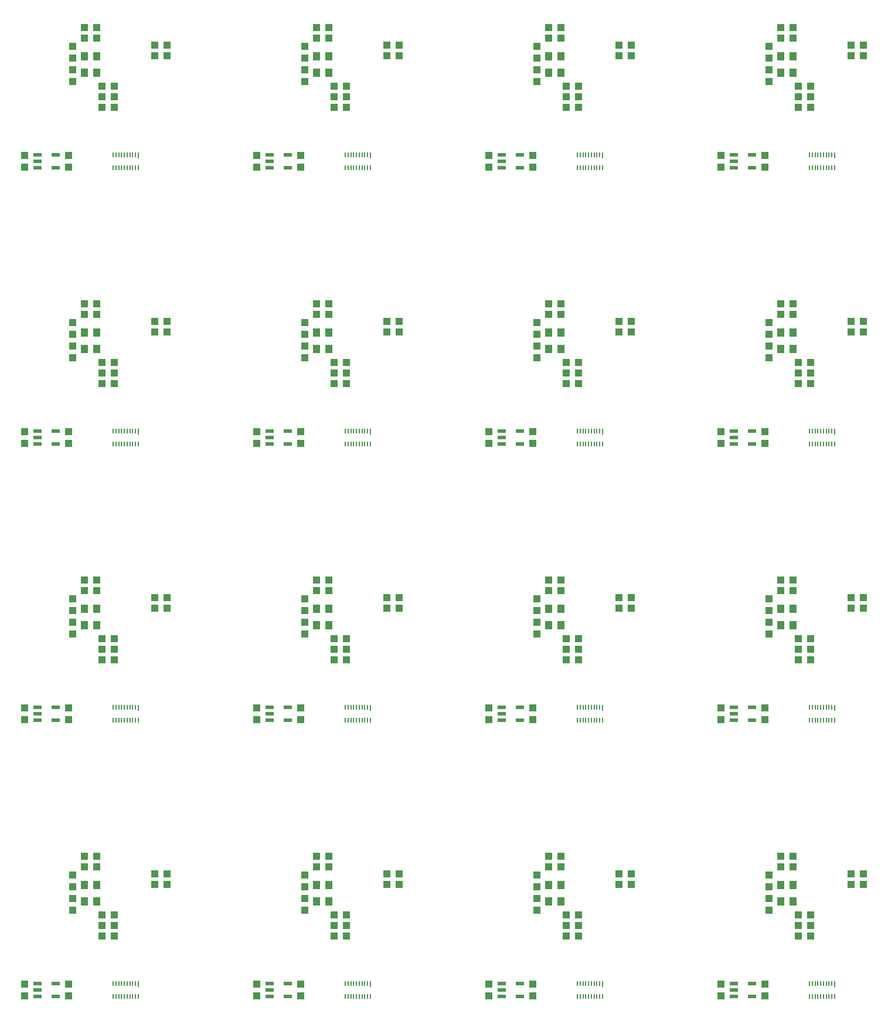
<source format=gbp>
G75*
%MOIN*%
%OFA0B0*%
%FSLAX25Y25*%
%IPPOS*%
%LPD*%
%AMOC8*
5,1,8,0,0,1.08239X$1,22.5*
%
%ADD10R,0.04331X0.03937*%
%ADD11R,0.04331X0.04724*%
%ADD12R,0.03937X0.04331*%
%ADD13R,0.04724X0.02165*%
%ADD14R,0.00787X0.03150*%
%ADD15R,0.00787X0.03543*%
D10*
X0144746Y0143750D03*
X0144746Y0149750D03*
X0151439Y0149750D03*
X0151439Y0143750D03*
X0154746Y0116250D03*
X0154746Y0110250D03*
X0154746Y0104250D03*
X0161439Y0104250D03*
X0161439Y0110250D03*
X0161439Y0116250D03*
X0184746Y0133750D03*
X0184746Y0139750D03*
X0191439Y0139750D03*
X0191439Y0133750D03*
X0276746Y0143750D03*
X0276746Y0149750D03*
X0283439Y0149750D03*
X0283439Y0143750D03*
X0286746Y0116250D03*
X0286746Y0110250D03*
X0286746Y0104250D03*
X0293439Y0104250D03*
X0293439Y0110250D03*
X0293439Y0116250D03*
X0316746Y0133750D03*
X0316746Y0139750D03*
X0323439Y0139750D03*
X0323439Y0133750D03*
X0408746Y0143750D03*
X0408746Y0149750D03*
X0415439Y0149750D03*
X0415439Y0143750D03*
X0418746Y0116250D03*
X0418746Y0110250D03*
X0418746Y0104250D03*
X0425439Y0104250D03*
X0425439Y0110250D03*
X0425439Y0116250D03*
X0448746Y0133750D03*
X0448746Y0139750D03*
X0455439Y0139750D03*
X0455439Y0133750D03*
X0540746Y0143750D03*
X0540746Y0149750D03*
X0547439Y0149750D03*
X0547439Y0143750D03*
X0550746Y0116250D03*
X0550746Y0110250D03*
X0550746Y0104250D03*
X0557439Y0104250D03*
X0557439Y0110250D03*
X0557439Y0116250D03*
X0580746Y0133750D03*
X0580746Y0139750D03*
X0587439Y0139750D03*
X0587439Y0133750D03*
X0557439Y0261250D03*
X0557439Y0267250D03*
X0557439Y0273250D03*
X0550746Y0273250D03*
X0550746Y0267250D03*
X0550746Y0261250D03*
X0547439Y0300750D03*
X0547439Y0306750D03*
X0540746Y0306750D03*
X0540746Y0300750D03*
X0580746Y0296750D03*
X0580746Y0290750D03*
X0587439Y0290750D03*
X0587439Y0296750D03*
X0557439Y0418250D03*
X0557439Y0424250D03*
X0557439Y0430250D03*
X0550746Y0430250D03*
X0550746Y0424250D03*
X0550746Y0418250D03*
X0580746Y0447750D03*
X0580746Y0453750D03*
X0587439Y0453750D03*
X0587439Y0447750D03*
X0547439Y0457750D03*
X0547439Y0463750D03*
X0540746Y0463750D03*
X0540746Y0457750D03*
X0455439Y0453750D03*
X0455439Y0447750D03*
X0448746Y0447750D03*
X0448746Y0453750D03*
X0425439Y0430250D03*
X0425439Y0424250D03*
X0425439Y0418250D03*
X0418746Y0418250D03*
X0418746Y0424250D03*
X0418746Y0430250D03*
X0415439Y0457750D03*
X0415439Y0463750D03*
X0408746Y0463750D03*
X0408746Y0457750D03*
X0323439Y0453750D03*
X0323439Y0447750D03*
X0316746Y0447750D03*
X0316746Y0453750D03*
X0293439Y0430250D03*
X0293439Y0424250D03*
X0293439Y0418250D03*
X0286746Y0418250D03*
X0286746Y0424250D03*
X0286746Y0430250D03*
X0283439Y0457750D03*
X0283439Y0463750D03*
X0276746Y0463750D03*
X0276746Y0457750D03*
X0191439Y0453750D03*
X0191439Y0447750D03*
X0184746Y0447750D03*
X0184746Y0453750D03*
X0161439Y0430250D03*
X0161439Y0424250D03*
X0161439Y0418250D03*
X0154746Y0418250D03*
X0154746Y0424250D03*
X0154746Y0430250D03*
X0151439Y0457750D03*
X0151439Y0463750D03*
X0144746Y0463750D03*
X0144746Y0457750D03*
X0154746Y0575250D03*
X0154746Y0581250D03*
X0154746Y0587250D03*
X0161439Y0587250D03*
X0161439Y0581250D03*
X0161439Y0575250D03*
X0184746Y0604750D03*
X0184746Y0610750D03*
X0191439Y0610750D03*
X0191439Y0604750D03*
X0151439Y0614750D03*
X0151439Y0620750D03*
X0144746Y0620750D03*
X0144746Y0614750D03*
X0276746Y0614750D03*
X0276746Y0620750D03*
X0283439Y0620750D03*
X0283439Y0614750D03*
X0286746Y0587250D03*
X0286746Y0581250D03*
X0286746Y0575250D03*
X0293439Y0575250D03*
X0293439Y0581250D03*
X0293439Y0587250D03*
X0316746Y0604750D03*
X0316746Y0610750D03*
X0323439Y0610750D03*
X0323439Y0604750D03*
X0408746Y0614750D03*
X0408746Y0620750D03*
X0415439Y0620750D03*
X0415439Y0614750D03*
X0418746Y0587250D03*
X0418746Y0581250D03*
X0418746Y0575250D03*
X0425439Y0575250D03*
X0425439Y0581250D03*
X0425439Y0587250D03*
X0448746Y0604750D03*
X0448746Y0610750D03*
X0455439Y0610750D03*
X0455439Y0604750D03*
X0540746Y0614750D03*
X0540746Y0620750D03*
X0547439Y0620750D03*
X0547439Y0614750D03*
X0550746Y0587250D03*
X0550746Y0581250D03*
X0550746Y0575250D03*
X0557439Y0575250D03*
X0557439Y0581250D03*
X0557439Y0587250D03*
X0580746Y0604750D03*
X0580746Y0610750D03*
X0587439Y0610750D03*
X0587439Y0604750D03*
X0415439Y0306750D03*
X0415439Y0300750D03*
X0408746Y0300750D03*
X0408746Y0306750D03*
X0418746Y0273250D03*
X0418746Y0267250D03*
X0418746Y0261250D03*
X0425439Y0261250D03*
X0425439Y0267250D03*
X0425439Y0273250D03*
X0448746Y0290750D03*
X0448746Y0296750D03*
X0455439Y0296750D03*
X0455439Y0290750D03*
X0323439Y0290750D03*
X0323439Y0296750D03*
X0316746Y0296750D03*
X0316746Y0290750D03*
X0293439Y0273250D03*
X0293439Y0267250D03*
X0293439Y0261250D03*
X0286746Y0261250D03*
X0286746Y0267250D03*
X0286746Y0273250D03*
X0283439Y0300750D03*
X0283439Y0306750D03*
X0276746Y0306750D03*
X0276746Y0300750D03*
X0191439Y0296750D03*
X0191439Y0290750D03*
X0184746Y0290750D03*
X0184746Y0296750D03*
X0161439Y0273250D03*
X0161439Y0267250D03*
X0161439Y0261250D03*
X0154746Y0261250D03*
X0154746Y0267250D03*
X0154746Y0273250D03*
X0151439Y0300750D03*
X0151439Y0306750D03*
X0144746Y0306750D03*
X0144746Y0300750D03*
D11*
X0144647Y0290376D03*
X0151537Y0290376D03*
X0151537Y0281124D03*
X0144647Y0281124D03*
X0144647Y0133376D03*
X0144647Y0124124D03*
X0151537Y0124124D03*
X0151537Y0133376D03*
X0276647Y0133376D03*
X0283537Y0133376D03*
X0283537Y0124124D03*
X0276647Y0124124D03*
X0408647Y0124124D03*
X0415537Y0124124D03*
X0415537Y0133376D03*
X0408647Y0133376D03*
X0540647Y0133376D03*
X0547537Y0133376D03*
X0547537Y0124124D03*
X0540647Y0124124D03*
X0540647Y0281124D03*
X0547537Y0281124D03*
X0547537Y0290376D03*
X0540647Y0290376D03*
X0415537Y0290376D03*
X0408647Y0290376D03*
X0408647Y0281124D03*
X0415537Y0281124D03*
X0283537Y0281124D03*
X0276647Y0281124D03*
X0276647Y0290376D03*
X0283537Y0290376D03*
X0283537Y0438124D03*
X0276647Y0438124D03*
X0276647Y0447376D03*
X0283537Y0447376D03*
X0408647Y0447376D03*
X0415537Y0447376D03*
X0415537Y0438124D03*
X0408647Y0438124D03*
X0540647Y0438124D03*
X0547537Y0438124D03*
X0547537Y0447376D03*
X0540647Y0447376D03*
X0540647Y0595124D03*
X0547537Y0595124D03*
X0547537Y0604376D03*
X0540647Y0604376D03*
X0415537Y0604376D03*
X0408647Y0604376D03*
X0408647Y0595124D03*
X0415537Y0595124D03*
X0283537Y0595124D03*
X0276647Y0595124D03*
X0276647Y0604376D03*
X0283537Y0604376D03*
X0151537Y0604376D03*
X0151537Y0595124D03*
X0144647Y0595124D03*
X0144647Y0604376D03*
X0144647Y0447376D03*
X0144647Y0438124D03*
X0151537Y0438124D03*
X0151537Y0447376D03*
D12*
X0110592Y0070404D03*
X0110592Y0077096D03*
X0135592Y0077096D03*
X0135592Y0070404D03*
X0138092Y0118904D03*
X0138092Y0125596D03*
X0138092Y0132404D03*
X0138092Y0139096D03*
X0135592Y0227404D03*
X0135592Y0234096D03*
X0110592Y0234096D03*
X0110592Y0227404D03*
X0138092Y0275904D03*
X0138092Y0282596D03*
X0138092Y0289404D03*
X0138092Y0296096D03*
X0135592Y0384404D03*
X0135592Y0391096D03*
X0110592Y0391096D03*
X0110592Y0384404D03*
X0138092Y0432904D03*
X0138092Y0439596D03*
X0138092Y0446404D03*
X0138092Y0453096D03*
X0135592Y0541404D03*
X0135592Y0548096D03*
X0110592Y0548096D03*
X0110592Y0541404D03*
X0138092Y0589904D03*
X0138092Y0596596D03*
X0138092Y0603404D03*
X0138092Y0610096D03*
X0242592Y0548096D03*
X0242592Y0541404D03*
X0267592Y0541404D03*
X0267592Y0548096D03*
X0270092Y0589904D03*
X0270092Y0596596D03*
X0270092Y0603404D03*
X0270092Y0610096D03*
X0374592Y0548096D03*
X0374592Y0541404D03*
X0399592Y0541404D03*
X0399592Y0548096D03*
X0402092Y0589904D03*
X0402092Y0596596D03*
X0402092Y0603404D03*
X0402092Y0610096D03*
X0506592Y0548096D03*
X0506592Y0541404D03*
X0531592Y0541404D03*
X0531592Y0548096D03*
X0534092Y0589904D03*
X0534092Y0596596D03*
X0534092Y0603404D03*
X0534092Y0610096D03*
X0534092Y0453096D03*
X0534092Y0446404D03*
X0534092Y0439596D03*
X0534092Y0432904D03*
X0531592Y0391096D03*
X0531592Y0384404D03*
X0506592Y0384404D03*
X0506592Y0391096D03*
X0534092Y0296096D03*
X0534092Y0289404D03*
X0534092Y0282596D03*
X0534092Y0275904D03*
X0531592Y0234096D03*
X0531592Y0227404D03*
X0506592Y0227404D03*
X0506592Y0234096D03*
X0534092Y0139096D03*
X0534092Y0132404D03*
X0534092Y0125596D03*
X0534092Y0118904D03*
X0531592Y0077096D03*
X0531592Y0070404D03*
X0506592Y0070404D03*
X0506592Y0077096D03*
X0402092Y0118904D03*
X0402092Y0125596D03*
X0402092Y0132404D03*
X0402092Y0139096D03*
X0399592Y0077096D03*
X0399592Y0070404D03*
X0374592Y0070404D03*
X0374592Y0077096D03*
X0270092Y0118904D03*
X0270092Y0125596D03*
X0270092Y0132404D03*
X0270092Y0139096D03*
X0267592Y0077096D03*
X0267592Y0070404D03*
X0242592Y0070404D03*
X0242592Y0077096D03*
X0242592Y0227404D03*
X0242592Y0234096D03*
X0267592Y0234096D03*
X0267592Y0227404D03*
X0270092Y0275904D03*
X0270092Y0282596D03*
X0270092Y0289404D03*
X0270092Y0296096D03*
X0267592Y0384404D03*
X0267592Y0391096D03*
X0242592Y0391096D03*
X0242592Y0384404D03*
X0270092Y0432904D03*
X0270092Y0439596D03*
X0270092Y0446404D03*
X0270092Y0453096D03*
X0374592Y0391096D03*
X0374592Y0384404D03*
X0399592Y0384404D03*
X0399592Y0391096D03*
X0402092Y0432904D03*
X0402092Y0439596D03*
X0402092Y0446404D03*
X0402092Y0453096D03*
X0402092Y0296096D03*
X0402092Y0289404D03*
X0402092Y0282596D03*
X0402092Y0275904D03*
X0399592Y0234096D03*
X0399592Y0227404D03*
X0374592Y0227404D03*
X0374592Y0234096D03*
D13*
X0381974Y0234490D03*
X0381974Y0230750D03*
X0381974Y0227010D03*
X0392211Y0227010D03*
X0392211Y0234490D03*
X0513974Y0234490D03*
X0513974Y0230750D03*
X0513974Y0227010D03*
X0524211Y0227010D03*
X0524211Y0234490D03*
X0524211Y0384010D03*
X0524211Y0391490D03*
X0513974Y0391490D03*
X0513974Y0387750D03*
X0513974Y0384010D03*
X0392211Y0384010D03*
X0392211Y0391490D03*
X0381974Y0391490D03*
X0381974Y0387750D03*
X0381974Y0384010D03*
X0260211Y0384010D03*
X0260211Y0391490D03*
X0249974Y0391490D03*
X0249974Y0387750D03*
X0249974Y0384010D03*
X0128211Y0384010D03*
X0128211Y0391490D03*
X0117974Y0391490D03*
X0117974Y0387750D03*
X0117974Y0384010D03*
X0117974Y0234490D03*
X0117974Y0230750D03*
X0117974Y0227010D03*
X0128211Y0227010D03*
X0128211Y0234490D03*
X0249974Y0234490D03*
X0249974Y0230750D03*
X0249974Y0227010D03*
X0260211Y0227010D03*
X0260211Y0234490D03*
X0260211Y0077490D03*
X0260211Y0070010D03*
X0249974Y0070010D03*
X0249974Y0073750D03*
X0249974Y0077490D03*
X0128211Y0077490D03*
X0128211Y0070010D03*
X0117974Y0070010D03*
X0117974Y0073750D03*
X0117974Y0077490D03*
X0381974Y0077490D03*
X0381974Y0073750D03*
X0381974Y0070010D03*
X0392211Y0070010D03*
X0392211Y0077490D03*
X0513974Y0077490D03*
X0513974Y0073750D03*
X0513974Y0070010D03*
X0524211Y0070010D03*
X0524211Y0077490D03*
X0524211Y0541010D03*
X0524211Y0548490D03*
X0513974Y0548490D03*
X0513974Y0544750D03*
X0513974Y0541010D03*
X0392211Y0541010D03*
X0392211Y0548490D03*
X0381974Y0548490D03*
X0381974Y0544750D03*
X0381974Y0541010D03*
X0260211Y0541010D03*
X0260211Y0548490D03*
X0249974Y0548490D03*
X0249974Y0544750D03*
X0249974Y0541010D03*
X0128211Y0541010D03*
X0128211Y0548490D03*
X0117974Y0548490D03*
X0117974Y0544750D03*
X0117974Y0541010D03*
D14*
X0161006Y0541207D03*
X0162581Y0541207D03*
X0164155Y0541207D03*
X0165730Y0541207D03*
X0167305Y0541207D03*
X0168880Y0541207D03*
X0170455Y0541207D03*
X0172029Y0541207D03*
X0173604Y0541207D03*
X0175179Y0541207D03*
X0173604Y0548293D03*
X0172029Y0548293D03*
X0170455Y0548293D03*
X0168880Y0548293D03*
X0167305Y0548293D03*
X0165730Y0548293D03*
X0164155Y0548293D03*
X0162581Y0548293D03*
X0161006Y0548293D03*
X0293006Y0548293D03*
X0294581Y0548293D03*
X0296155Y0548293D03*
X0297730Y0548293D03*
X0299305Y0548293D03*
X0300880Y0548293D03*
X0302455Y0548293D03*
X0304029Y0548293D03*
X0305604Y0548293D03*
X0305604Y0541207D03*
X0304029Y0541207D03*
X0302455Y0541207D03*
X0300880Y0541207D03*
X0299305Y0541207D03*
X0297730Y0541207D03*
X0296155Y0541207D03*
X0294581Y0541207D03*
X0293006Y0541207D03*
X0307179Y0541207D03*
X0425006Y0541207D03*
X0426581Y0541207D03*
X0428155Y0541207D03*
X0429730Y0541207D03*
X0431305Y0541207D03*
X0432880Y0541207D03*
X0434455Y0541207D03*
X0436029Y0541207D03*
X0437604Y0541207D03*
X0439179Y0541207D03*
X0437604Y0548293D03*
X0436029Y0548293D03*
X0434455Y0548293D03*
X0432880Y0548293D03*
X0431305Y0548293D03*
X0429730Y0548293D03*
X0428155Y0548293D03*
X0426581Y0548293D03*
X0425006Y0548293D03*
X0557006Y0548293D03*
X0558581Y0548293D03*
X0560155Y0548293D03*
X0561730Y0548293D03*
X0563305Y0548293D03*
X0564880Y0548293D03*
X0566455Y0548293D03*
X0568029Y0548293D03*
X0569604Y0548293D03*
X0569604Y0541207D03*
X0568029Y0541207D03*
X0566455Y0541207D03*
X0564880Y0541207D03*
X0563305Y0541207D03*
X0561730Y0541207D03*
X0560155Y0541207D03*
X0558581Y0541207D03*
X0557006Y0541207D03*
X0571179Y0541207D03*
X0569604Y0391293D03*
X0568029Y0391293D03*
X0566455Y0391293D03*
X0564880Y0391293D03*
X0563305Y0391293D03*
X0561730Y0391293D03*
X0560155Y0391293D03*
X0558581Y0391293D03*
X0557006Y0391293D03*
X0557006Y0384207D03*
X0558581Y0384207D03*
X0560155Y0384207D03*
X0561730Y0384207D03*
X0563305Y0384207D03*
X0564880Y0384207D03*
X0566455Y0384207D03*
X0568029Y0384207D03*
X0569604Y0384207D03*
X0571179Y0384207D03*
X0439179Y0384207D03*
X0437604Y0384207D03*
X0436029Y0384207D03*
X0434455Y0384207D03*
X0432880Y0384207D03*
X0431305Y0384207D03*
X0429730Y0384207D03*
X0428155Y0384207D03*
X0426581Y0384207D03*
X0425006Y0384207D03*
X0425006Y0391293D03*
X0426581Y0391293D03*
X0428155Y0391293D03*
X0429730Y0391293D03*
X0431305Y0391293D03*
X0432880Y0391293D03*
X0434455Y0391293D03*
X0436029Y0391293D03*
X0437604Y0391293D03*
X0307179Y0384207D03*
X0305604Y0384207D03*
X0304029Y0384207D03*
X0302455Y0384207D03*
X0300880Y0384207D03*
X0299305Y0384207D03*
X0297730Y0384207D03*
X0296155Y0384207D03*
X0294581Y0384207D03*
X0293006Y0384207D03*
X0293006Y0391293D03*
X0294581Y0391293D03*
X0296155Y0391293D03*
X0297730Y0391293D03*
X0299305Y0391293D03*
X0300880Y0391293D03*
X0302455Y0391293D03*
X0304029Y0391293D03*
X0305604Y0391293D03*
X0175179Y0384207D03*
X0173604Y0384207D03*
X0172029Y0384207D03*
X0170455Y0384207D03*
X0168880Y0384207D03*
X0167305Y0384207D03*
X0165730Y0384207D03*
X0164155Y0384207D03*
X0162581Y0384207D03*
X0161006Y0384207D03*
X0161006Y0391293D03*
X0162581Y0391293D03*
X0164155Y0391293D03*
X0165730Y0391293D03*
X0167305Y0391293D03*
X0168880Y0391293D03*
X0170455Y0391293D03*
X0172029Y0391293D03*
X0173604Y0391293D03*
X0173604Y0234293D03*
X0172029Y0234293D03*
X0170455Y0234293D03*
X0168880Y0234293D03*
X0167305Y0234293D03*
X0165730Y0234293D03*
X0164155Y0234293D03*
X0162581Y0234293D03*
X0161006Y0234293D03*
X0161006Y0227207D03*
X0162581Y0227207D03*
X0164155Y0227207D03*
X0165730Y0227207D03*
X0167305Y0227207D03*
X0168880Y0227207D03*
X0170455Y0227207D03*
X0172029Y0227207D03*
X0173604Y0227207D03*
X0175179Y0227207D03*
X0293006Y0227207D03*
X0294581Y0227207D03*
X0296155Y0227207D03*
X0297730Y0227207D03*
X0299305Y0227207D03*
X0300880Y0227207D03*
X0302455Y0227207D03*
X0304029Y0227207D03*
X0305604Y0227207D03*
X0307179Y0227207D03*
X0305604Y0234293D03*
X0304029Y0234293D03*
X0302455Y0234293D03*
X0300880Y0234293D03*
X0299305Y0234293D03*
X0297730Y0234293D03*
X0296155Y0234293D03*
X0294581Y0234293D03*
X0293006Y0234293D03*
X0425006Y0234293D03*
X0426581Y0234293D03*
X0428155Y0234293D03*
X0429730Y0234293D03*
X0431305Y0234293D03*
X0432880Y0234293D03*
X0434455Y0234293D03*
X0436029Y0234293D03*
X0437604Y0234293D03*
X0437604Y0227207D03*
X0436029Y0227207D03*
X0434455Y0227207D03*
X0432880Y0227207D03*
X0431305Y0227207D03*
X0429730Y0227207D03*
X0428155Y0227207D03*
X0426581Y0227207D03*
X0425006Y0227207D03*
X0439179Y0227207D03*
X0557006Y0227207D03*
X0558581Y0227207D03*
X0560155Y0227207D03*
X0561730Y0227207D03*
X0563305Y0227207D03*
X0564880Y0227207D03*
X0566455Y0227207D03*
X0568029Y0227207D03*
X0569604Y0227207D03*
X0571179Y0227207D03*
X0569604Y0234293D03*
X0568029Y0234293D03*
X0566455Y0234293D03*
X0564880Y0234293D03*
X0563305Y0234293D03*
X0561730Y0234293D03*
X0560155Y0234293D03*
X0558581Y0234293D03*
X0557006Y0234293D03*
X0557006Y0077293D03*
X0558581Y0077293D03*
X0560155Y0077293D03*
X0561730Y0077293D03*
X0563305Y0077293D03*
X0564880Y0077293D03*
X0566455Y0077293D03*
X0568029Y0077293D03*
X0569604Y0077293D03*
X0569604Y0070207D03*
X0568029Y0070207D03*
X0566455Y0070207D03*
X0564880Y0070207D03*
X0563305Y0070207D03*
X0561730Y0070207D03*
X0560155Y0070207D03*
X0558581Y0070207D03*
X0557006Y0070207D03*
X0571179Y0070207D03*
X0439179Y0070207D03*
X0437604Y0070207D03*
X0436029Y0070207D03*
X0434455Y0070207D03*
X0432880Y0070207D03*
X0431305Y0070207D03*
X0429730Y0070207D03*
X0428155Y0070207D03*
X0426581Y0070207D03*
X0425006Y0070207D03*
X0425006Y0077293D03*
X0426581Y0077293D03*
X0428155Y0077293D03*
X0429730Y0077293D03*
X0431305Y0077293D03*
X0432880Y0077293D03*
X0434455Y0077293D03*
X0436029Y0077293D03*
X0437604Y0077293D03*
X0307179Y0070207D03*
X0305604Y0070207D03*
X0304029Y0070207D03*
X0302455Y0070207D03*
X0300880Y0070207D03*
X0299305Y0070207D03*
X0297730Y0070207D03*
X0296155Y0070207D03*
X0294581Y0070207D03*
X0293006Y0070207D03*
X0293006Y0077293D03*
X0294581Y0077293D03*
X0296155Y0077293D03*
X0297730Y0077293D03*
X0299305Y0077293D03*
X0300880Y0077293D03*
X0302455Y0077293D03*
X0304029Y0077293D03*
X0305604Y0077293D03*
X0175179Y0070207D03*
X0173604Y0070207D03*
X0172029Y0070207D03*
X0170455Y0070207D03*
X0168880Y0070207D03*
X0167305Y0070207D03*
X0165730Y0070207D03*
X0164155Y0070207D03*
X0162581Y0070207D03*
X0161006Y0070207D03*
X0161006Y0077293D03*
X0162581Y0077293D03*
X0164155Y0077293D03*
X0165730Y0077293D03*
X0167305Y0077293D03*
X0168880Y0077293D03*
X0170455Y0077293D03*
X0172029Y0077293D03*
X0173604Y0077293D03*
D15*
X0175179Y0077096D03*
X0307179Y0077096D03*
X0439179Y0077096D03*
X0571179Y0077096D03*
X0571179Y0234096D03*
X0439179Y0234096D03*
X0307179Y0234096D03*
X0175179Y0234096D03*
X0175179Y0391096D03*
X0307179Y0391096D03*
X0439179Y0391096D03*
X0571179Y0391096D03*
X0571179Y0548096D03*
X0439179Y0548096D03*
X0307179Y0548096D03*
X0175179Y0548096D03*
M02*

</source>
